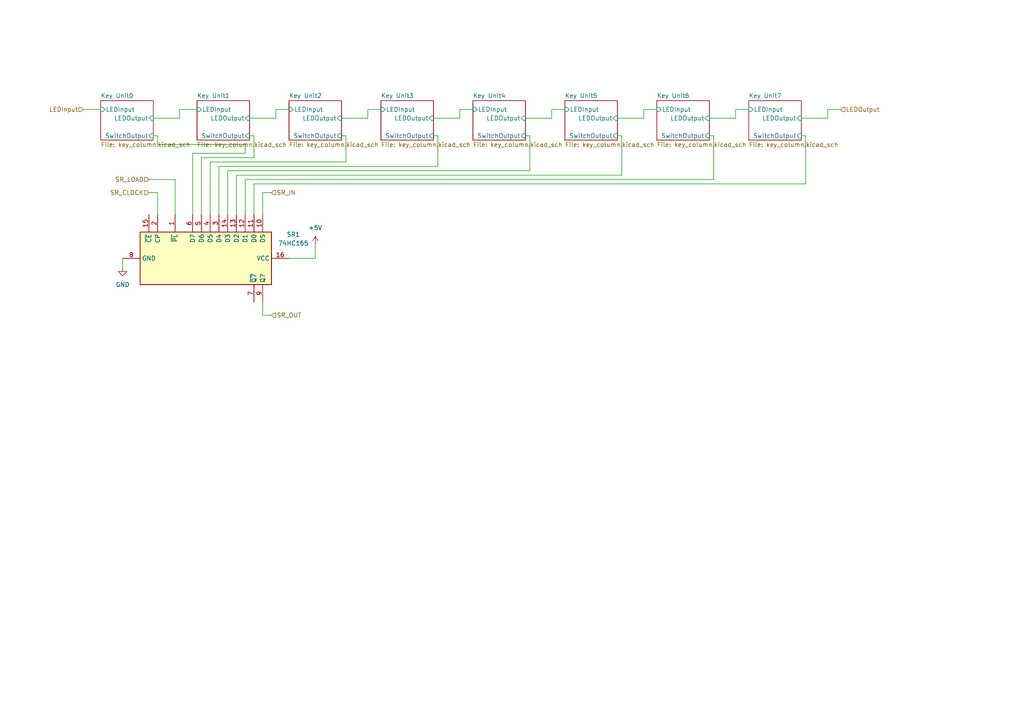
<source format=kicad_sch>
(kicad_sch (version 20230121) (generator eeschema)

  (uuid 7c01a8cc-f2c2-41e9-9ff0-3fa868f4ae80)

  (paper "A4")

  (lib_symbols
    (symbol "74xx:74HC165" (in_bom yes) (on_board yes)
      (property "Reference" "U" (at -7.62 19.05 0)
        (effects (font (size 1.27 1.27)))
      )
      (property "Value" "74HC165" (at -7.62 -21.59 0)
        (effects (font (size 1.27 1.27)))
      )
      (property "Footprint" "" (at 0 0 0)
        (effects (font (size 1.27 1.27)) hide)
      )
      (property "Datasheet" "https://assets.nexperia.com/documents/data-sheet/74HC_HCT165.pdf" (at 0 0 0)
        (effects (font (size 1.27 1.27)) hide)
      )
      (property "ki_keywords" "8 bit shift register parallel load cmos" (at 0 0 0)
        (effects (font (size 1.27 1.27)) hide)
      )
      (property "ki_description" "Shift Register, 8-bit, Parallel Load" (at 0 0 0)
        (effects (font (size 1.27 1.27)) hide)
      )
      (property "ki_fp_filters" "DIP?16* SO*16*3.9x9.9mm*P1.27mm* SSOP*16*5.3x6.2mm*P0.65mm* TSSOP*16*4.4x5mm*P0.65*" (at 0 0 0)
        (effects (font (size 1.27 1.27)) hide)
      )
      (symbol "74HC165_1_0"
        (pin input line (at -12.7 -10.16 0) (length 5.08)
          (name "~{PL}" (effects (font (size 1.27 1.27))))
          (number "1" (effects (font (size 1.27 1.27))))
        )
        (pin input line (at -12.7 15.24 0) (length 5.08)
          (name "DS" (effects (font (size 1.27 1.27))))
          (number "10" (effects (font (size 1.27 1.27))))
        )
        (pin input line (at -12.7 12.7 0) (length 5.08)
          (name "D0" (effects (font (size 1.27 1.27))))
          (number "11" (effects (font (size 1.27 1.27))))
        )
        (pin input line (at -12.7 10.16 0) (length 5.08)
          (name "D1" (effects (font (size 1.27 1.27))))
          (number "12" (effects (font (size 1.27 1.27))))
        )
        (pin input line (at -12.7 7.62 0) (length 5.08)
          (name "D2" (effects (font (size 1.27 1.27))))
          (number "13" (effects (font (size 1.27 1.27))))
        )
        (pin input line (at -12.7 5.08 0) (length 5.08)
          (name "D3" (effects (font (size 1.27 1.27))))
          (number "14" (effects (font (size 1.27 1.27))))
        )
        (pin input line (at -12.7 -17.78 0) (length 5.08)
          (name "~{CE}" (effects (font (size 1.27 1.27))))
          (number "15" (effects (font (size 1.27 1.27))))
        )
        (pin power_in line (at 0 22.86 270) (length 5.08)
          (name "VCC" (effects (font (size 1.27 1.27))))
          (number "16" (effects (font (size 1.27 1.27))))
        )
        (pin input line (at -12.7 -15.24 0) (length 5.08)
          (name "CP" (effects (font (size 1.27 1.27))))
          (number "2" (effects (font (size 1.27 1.27))))
        )
        (pin input line (at -12.7 2.54 0) (length 5.08)
          (name "D4" (effects (font (size 1.27 1.27))))
          (number "3" (effects (font (size 1.27 1.27))))
        )
        (pin input line (at -12.7 0 0) (length 5.08)
          (name "D5" (effects (font (size 1.27 1.27))))
          (number "4" (effects (font (size 1.27 1.27))))
        )
        (pin input line (at -12.7 -2.54 0) (length 5.08)
          (name "D6" (effects (font (size 1.27 1.27))))
          (number "5" (effects (font (size 1.27 1.27))))
        )
        (pin input line (at -12.7 -5.08 0) (length 5.08)
          (name "D7" (effects (font (size 1.27 1.27))))
          (number "6" (effects (font (size 1.27 1.27))))
        )
        (pin output line (at 12.7 12.7 180) (length 5.08)
          (name "~{Q7}" (effects (font (size 1.27 1.27))))
          (number "7" (effects (font (size 1.27 1.27))))
        )
        (pin power_in line (at 0 -25.4 90) (length 5.08)
          (name "GND" (effects (font (size 1.27 1.27))))
          (number "8" (effects (font (size 1.27 1.27))))
        )
        (pin output line (at 12.7 15.24 180) (length 5.08)
          (name "Q7" (effects (font (size 1.27 1.27))))
          (number "9" (effects (font (size 1.27 1.27))))
        )
      )
      (symbol "74HC165_1_1"
        (rectangle (start -7.62 17.78) (end 7.62 -20.32)
          (stroke (width 0.254) (type default))
          (fill (type background))
        )
      )
    )
    (symbol "power:+5V" (power) (pin_names (offset 0)) (in_bom yes) (on_board yes)
      (property "Reference" "#PWR" (at 0 -3.81 0)
        (effects (font (size 1.27 1.27)) hide)
      )
      (property "Value" "+5V" (at 0 3.556 0)
        (effects (font (size 1.27 1.27)))
      )
      (property "Footprint" "" (at 0 0 0)
        (effects (font (size 1.27 1.27)) hide)
      )
      (property "Datasheet" "" (at 0 0 0)
        (effects (font (size 1.27 1.27)) hide)
      )
      (property "ki_keywords" "global power" (at 0 0 0)
        (effects (font (size 1.27 1.27)) hide)
      )
      (property "ki_description" "Power symbol creates a global label with name \"+5V\"" (at 0 0 0)
        (effects (font (size 1.27 1.27)) hide)
      )
      (symbol "+5V_0_1"
        (polyline
          (pts
            (xy -0.762 1.27)
            (xy 0 2.54)
          )
          (stroke (width 0) (type default))
          (fill (type none))
        )
        (polyline
          (pts
            (xy 0 0)
            (xy 0 2.54)
          )
          (stroke (width 0) (type default))
          (fill (type none))
        )
        (polyline
          (pts
            (xy 0 2.54)
            (xy 0.762 1.27)
          )
          (stroke (width 0) (type default))
          (fill (type none))
        )
      )
      (symbol "+5V_1_1"
        (pin power_in line (at 0 0 90) (length 0) hide
          (name "+5V" (effects (font (size 1.27 1.27))))
          (number "1" (effects (font (size 1.27 1.27))))
        )
      )
    )
    (symbol "power:GND" (power) (pin_names (offset 0)) (in_bom yes) (on_board yes)
      (property "Reference" "#PWR" (at 0 -6.35 0)
        (effects (font (size 1.27 1.27)) hide)
      )
      (property "Value" "GND" (at 0 -3.81 0)
        (effects (font (size 1.27 1.27)))
      )
      (property "Footprint" "" (at 0 0 0)
        (effects (font (size 1.27 1.27)) hide)
      )
      (property "Datasheet" "" (at 0 0 0)
        (effects (font (size 1.27 1.27)) hide)
      )
      (property "ki_keywords" "global power" (at 0 0 0)
        (effects (font (size 1.27 1.27)) hide)
      )
      (property "ki_description" "Power symbol creates a global label with name \"GND\" , ground" (at 0 0 0)
        (effects (font (size 1.27 1.27)) hide)
      )
      (symbol "GND_0_1"
        (polyline
          (pts
            (xy 0 0)
            (xy 0 -1.27)
            (xy 1.27 -1.27)
            (xy 0 -2.54)
            (xy -1.27 -1.27)
            (xy 0 -1.27)
          )
          (stroke (width 0) (type default))
          (fill (type none))
        )
      )
      (symbol "GND_1_1"
        (pin power_in line (at 0 0 270) (length 0) hide
          (name "GND" (effects (font (size 1.27 1.27))))
          (number "1" (effects (font (size 1.27 1.27))))
        )
      )
    )
  )


  (wire (pts (xy 63.5 48.26) (xy 127 48.26))
    (stroke (width 0) (type default))
    (uuid 03249f5f-6b3b-4395-977b-a24f196e17b9)
  )
  (wire (pts (xy 127 48.26) (xy 127 39.37))
    (stroke (width 0) (type default))
    (uuid 075056a6-3483-447b-afaf-577db6d88e52)
  )
  (wire (pts (xy 44.45 34.29) (xy 52.07 34.29))
    (stroke (width 0) (type default))
    (uuid 0af48f09-8ed5-4cc0-91b3-6985bddde42d)
  )
  (wire (pts (xy 160.02 31.75) (xy 163.83 31.75))
    (stroke (width 0) (type default))
    (uuid 0ea8cb79-eddc-4665-8446-74e874166603)
  )
  (wire (pts (xy 207.01 52.07) (xy 207.01 39.37))
    (stroke (width 0) (type default))
    (uuid 0f88a6a2-efb3-49ef-a44c-a12c8998ff70)
  )
  (wire (pts (xy 73.66 62.23) (xy 73.66 53.34))
    (stroke (width 0) (type default))
    (uuid 16bd81ba-ae6a-4465-8d55-ea4e34d173d3)
  )
  (wire (pts (xy 43.18 52.07) (xy 50.8 52.07))
    (stroke (width 0) (type default))
    (uuid 1a5012f3-70a5-4754-af9e-4dcfcdc4a279)
  )
  (wire (pts (xy 99.06 39.37) (xy 100.33 39.37))
    (stroke (width 0) (type default))
    (uuid 1be3aafb-f53d-4e4a-80c1-c77060e03a78)
  )
  (wire (pts (xy 125.73 34.29) (xy 133.35 34.29))
    (stroke (width 0) (type default))
    (uuid 1d5b7734-d0ab-4bbf-9a3c-71c61d5e8a5f)
  )
  (wire (pts (xy 66.04 62.23) (xy 66.04 49.53))
    (stroke (width 0) (type default))
    (uuid 1d88b89c-846a-4d70-a3a1-c51ff536049d)
  )
  (wire (pts (xy 180.34 39.37) (xy 179.07 39.37))
    (stroke (width 0) (type default))
    (uuid 233c2ac3-0cc2-46d2-8148-4a30afdfc5be)
  )
  (wire (pts (xy 232.41 34.29) (xy 240.03 34.29))
    (stroke (width 0) (type default))
    (uuid 253cfc66-fbcc-48e9-aaad-0a0887d9f1d4)
  )
  (wire (pts (xy 68.58 50.8) (xy 180.34 50.8))
    (stroke (width 0) (type default))
    (uuid 295b21db-fb9f-4b06-9db3-54e95b3d5db2)
  )
  (wire (pts (xy 24.13 31.75) (xy 29.21 31.75))
    (stroke (width 0) (type default))
    (uuid 2bb037d9-a8a1-44ed-bba2-1acfb90bf6d4)
  )
  (wire (pts (xy 100.33 46.99) (xy 60.96 46.99))
    (stroke (width 0) (type default))
    (uuid 2c4724cd-9fed-4c57-aef5-7584552a1882)
  )
  (wire (pts (xy 71.12 52.07) (xy 207.01 52.07))
    (stroke (width 0) (type default))
    (uuid 2cb6bd5c-dc19-42be-8b6d-84b227a265d9)
  )
  (wire (pts (xy 213.36 31.75) (xy 217.17 31.75))
    (stroke (width 0) (type default))
    (uuid 33db9c51-0ae3-4009-af09-6304f79fb0c0)
  )
  (wire (pts (xy 55.88 44.45) (xy 71.12 44.45))
    (stroke (width 0) (type default))
    (uuid 34e04557-0c62-4a9a-b8fd-3721eb27798b)
  )
  (wire (pts (xy 91.44 74.93) (xy 83.82 74.93))
    (stroke (width 0) (type default))
    (uuid 38514a6c-a5eb-4afe-8e17-765a256b0fbd)
  )
  (wire (pts (xy 106.68 34.29) (xy 106.68 31.75))
    (stroke (width 0) (type default))
    (uuid 387ea3b6-41ec-452d-b860-82f074ffe528)
  )
  (wire (pts (xy 50.8 52.07) (xy 50.8 62.23))
    (stroke (width 0) (type default))
    (uuid 394de850-11e8-48fa-b8c7-d7a0a9ed637b)
  )
  (wire (pts (xy 73.66 53.34) (xy 233.68 53.34))
    (stroke (width 0) (type default))
    (uuid 3b3284cc-4a59-4e6c-a6b8-f43dac6e7395)
  )
  (wire (pts (xy 76.2 55.88) (xy 78.74 55.88))
    (stroke (width 0) (type default))
    (uuid 46110d27-1b40-44dc-b93b-3732e0f8d920)
  )
  (wire (pts (xy 133.35 34.29) (xy 133.35 31.75))
    (stroke (width 0) (type default))
    (uuid 4977d94f-002e-4f2f-bc91-410f5bf1a05c)
  )
  (wire (pts (xy 99.06 34.29) (xy 106.68 34.29))
    (stroke (width 0) (type default))
    (uuid 504a552e-4e14-4180-92ba-db3ea9937bb3)
  )
  (wire (pts (xy 205.74 34.29) (xy 213.36 34.29))
    (stroke (width 0) (type default))
    (uuid 5ca2c59f-349e-4fca-ac24-0f60d1bac358)
  )
  (wire (pts (xy 80.01 31.75) (xy 83.82 31.75))
    (stroke (width 0) (type default))
    (uuid 5cf41c8f-c5c9-45c3-8aa0-8b202110a798)
  )
  (wire (pts (xy 71.12 62.23) (xy 71.12 52.07))
    (stroke (width 0) (type default))
    (uuid 5e92a7f0-646f-46bc-b61f-3b38e7d4c067)
  )
  (wire (pts (xy 60.96 46.99) (xy 60.96 62.23))
    (stroke (width 0) (type default))
    (uuid 61aae203-1d40-46cd-be11-2f0dc96053b1)
  )
  (wire (pts (xy 233.68 53.34) (xy 233.68 39.37))
    (stroke (width 0) (type default))
    (uuid 6a2e770e-49e4-4c6c-8616-2fcd59cf22b8)
  )
  (wire (pts (xy 207.01 39.37) (xy 205.74 39.37))
    (stroke (width 0) (type default))
    (uuid 6a4119f2-4a1a-486d-8c37-b57efc54dfe1)
  )
  (wire (pts (xy 152.4 34.29) (xy 160.02 34.29))
    (stroke (width 0) (type default))
    (uuid 6f122ced-dc4b-41a9-b808-f30080ca487e)
  )
  (wire (pts (xy 72.39 39.37) (xy 73.66 39.37))
    (stroke (width 0) (type default))
    (uuid 7122c036-31b7-4a5b-adbc-91835b33c940)
  )
  (wire (pts (xy 52.07 34.29) (xy 52.07 31.75))
    (stroke (width 0) (type default))
    (uuid 7374a3b9-177b-4aeb-a558-922f2ab87e35)
  )
  (wire (pts (xy 45.72 39.37) (xy 44.45 39.37))
    (stroke (width 0) (type default))
    (uuid 814b5dc0-5cab-4bc8-89cc-82e10fe1e0bd)
  )
  (wire (pts (xy 76.2 87.63) (xy 76.2 91.44))
    (stroke (width 0) (type default))
    (uuid 839a72bd-c253-45cf-8c4c-68b3b1b0c06f)
  )
  (wire (pts (xy 68.58 62.23) (xy 68.58 50.8))
    (stroke (width 0) (type default))
    (uuid 8a608b51-d6cd-4788-b62e-d94e3d936895)
  )
  (wire (pts (xy 73.66 45.72) (xy 58.42 45.72))
    (stroke (width 0) (type default))
    (uuid 8a6be412-1440-49b8-96ae-a53ecfd8e926)
  )
  (wire (pts (xy 55.88 62.23) (xy 55.88 44.45))
    (stroke (width 0) (type default))
    (uuid 8cb4a312-8017-408c-afe9-655c6ffee9cc)
  )
  (wire (pts (xy 106.68 31.75) (xy 110.49 31.75))
    (stroke (width 0) (type default))
    (uuid 920657e6-5a70-4b46-bba5-7125ea47022a)
  )
  (wire (pts (xy 240.03 31.75) (xy 243.84 31.75))
    (stroke (width 0) (type default))
    (uuid 928177f9-6ede-47a4-ae61-85df5985c8a0)
  )
  (wire (pts (xy 127 39.37) (xy 125.73 39.37))
    (stroke (width 0) (type default))
    (uuid 93c37bc5-4ca2-4c5d-acc5-2c7d01ecacf4)
  )
  (wire (pts (xy 80.01 34.29) (xy 80.01 31.75))
    (stroke (width 0) (type default))
    (uuid 97d70ae4-907f-4e65-8914-3a26f2b622b5)
  )
  (wire (pts (xy 63.5 62.23) (xy 63.5 48.26))
    (stroke (width 0) (type default))
    (uuid 9951345f-a241-4501-b7fd-09aaf97ebabf)
  )
  (wire (pts (xy 58.42 45.72) (xy 58.42 62.23))
    (stroke (width 0) (type default))
    (uuid 9c3896e5-ca2d-4858-b730-8b9a8d0bc2e9)
  )
  (wire (pts (xy 45.72 55.88) (xy 45.72 62.23))
    (stroke (width 0) (type default))
    (uuid a1487815-5565-42db-b66a-01e2b53d5794)
  )
  (wire (pts (xy 179.07 34.29) (xy 186.69 34.29))
    (stroke (width 0) (type default))
    (uuid a46ac7d5-b471-4914-bb15-350fda9ea26c)
  )
  (wire (pts (xy 35.56 74.93) (xy 35.56 77.47))
    (stroke (width 0) (type default))
    (uuid a9de25df-5c31-40ac-a816-59d52ee89c2c)
  )
  (wire (pts (xy 100.33 39.37) (xy 100.33 46.99))
    (stroke (width 0) (type default))
    (uuid ac174b00-714f-47e5-9a89-96dbfd3b733e)
  )
  (wire (pts (xy 153.67 49.53) (xy 153.67 39.37))
    (stroke (width 0) (type default))
    (uuid aeebfe4d-b76a-4c3c-bb7d-0c116a80ae89)
  )
  (wire (pts (xy 240.03 34.29) (xy 240.03 31.75))
    (stroke (width 0) (type default))
    (uuid bba23de7-de27-471b-9058-b4dc106a7ab4)
  )
  (wire (pts (xy 180.34 50.8) (xy 180.34 39.37))
    (stroke (width 0) (type default))
    (uuid c1463e7b-c930-4868-a50c-6b9b4ff41752)
  )
  (wire (pts (xy 76.2 62.23) (xy 76.2 55.88))
    (stroke (width 0) (type default))
    (uuid c1e78b47-0617-42e9-8fb9-cb1016e35ea1)
  )
  (wire (pts (xy 45.72 41.91) (xy 45.72 39.37))
    (stroke (width 0) (type default))
    (uuid c3df4da0-4a6c-4988-a219-c3f27460d993)
  )
  (wire (pts (xy 91.44 71.12) (xy 91.44 74.93))
    (stroke (width 0) (type default))
    (uuid c45511d4-c9e0-43dd-b5a6-03de54292db7)
  )
  (wire (pts (xy 71.12 44.45) (xy 71.12 41.91))
    (stroke (width 0) (type default))
    (uuid c7f5cb1c-6185-4ea9-931d-993f23ada9ea)
  )
  (wire (pts (xy 160.02 34.29) (xy 160.02 31.75))
    (stroke (width 0) (type default))
    (uuid d4770957-3531-43be-a26d-36801005a6ee)
  )
  (wire (pts (xy 71.12 41.91) (xy 45.72 41.91))
    (stroke (width 0) (type default))
    (uuid d6916455-f0b4-4e8e-9b77-4dc7f4f4c57c)
  )
  (wire (pts (xy 52.07 31.75) (xy 57.15 31.75))
    (stroke (width 0) (type default))
    (uuid db801ff2-66ec-4fe3-bd5c-2109b5b32f7b)
  )
  (wire (pts (xy 133.35 31.75) (xy 137.16 31.75))
    (stroke (width 0) (type default))
    (uuid dfa088b5-224b-4cfe-a025-3db9ece57131)
  )
  (wire (pts (xy 43.18 55.88) (xy 45.72 55.88))
    (stroke (width 0) (type default))
    (uuid e5b17534-d903-4624-8cca-50f29c269e59)
  )
  (wire (pts (xy 213.36 34.29) (xy 213.36 31.75))
    (stroke (width 0) (type default))
    (uuid e8992ec6-b2f5-4749-bdb1-ec634168fd7d)
  )
  (wire (pts (xy 186.69 34.29) (xy 186.69 31.75))
    (stroke (width 0) (type default))
    (uuid ea22f61b-e4c2-44bd-a6c5-e2c1a36ade00)
  )
  (wire (pts (xy 153.67 39.37) (xy 152.4 39.37))
    (stroke (width 0) (type default))
    (uuid ea99af7e-a704-4642-b501-4680f7b3e742)
  )
  (wire (pts (xy 73.66 39.37) (xy 73.66 45.72))
    (stroke (width 0) (type default))
    (uuid ecaa144e-3e37-4a98-8e10-f47d5757a0d6)
  )
  (wire (pts (xy 72.39 34.29) (xy 80.01 34.29))
    (stroke (width 0) (type default))
    (uuid ece5c809-444c-4c22-bf42-23447f439871)
  )
  (wire (pts (xy 76.2 91.44) (xy 78.74 91.44))
    (stroke (width 0) (type default))
    (uuid f5a0213a-c298-4b7f-9a2d-e23bbc1fd2b4)
  )
  (wire (pts (xy 233.68 39.37) (xy 232.41 39.37))
    (stroke (width 0) (type default))
    (uuid f68a294c-3eae-4b5b-9eb9-c0cf9e0ce5bd)
  )
  (wire (pts (xy 66.04 49.53) (xy 153.67 49.53))
    (stroke (width 0) (type default))
    (uuid fc536e29-f2ef-4bba-904f-a1ce9d586178)
  )
  (wire (pts (xy 186.69 31.75) (xy 190.5 31.75))
    (stroke (width 0) (type default))
    (uuid ff5015fc-7c58-4c5c-9409-47244389acda)
  )

  (hierarchical_label "SR_CLOCK" (shape input) (at 43.18 55.88 180) (fields_autoplaced)
    (effects (font (size 1.27 1.27)) (justify right))
    (uuid 53871377-e22e-4a28-8af9-9cff06d973fa)
  )
  (hierarchical_label "SR_OUT" (shape input) (at 78.74 91.44 0) (fields_autoplaced)
    (effects (font (size 1.27 1.27)) (justify left))
    (uuid b4c8a424-a164-4750-9c0b-f73a085d38c9)
  )
  (hierarchical_label "LEDOutput" (shape input) (at 243.84 31.75 0) (fields_autoplaced)
    (effects (font (size 1.27 1.27)) (justify left))
    (uuid b975ebb0-9006-4df9-8d30-b5e4437fb437)
  )
  (hierarchical_label "SR_LOAD" (shape input) (at 43.18 52.07 180) (fields_autoplaced)
    (effects (font (size 1.27 1.27)) (justify right))
    (uuid dc371f96-7837-4774-81ee-94046c67397a)
  )
  (hierarchical_label "LEDInput" (shape input) (at 24.13 31.75 180) (fields_autoplaced)
    (effects (font (size 1.27 1.27)) (justify right))
    (uuid f20db314-b377-477a-b840-bc574bce2634)
  )
  (hierarchical_label "SR_IN" (shape input) (at 78.74 55.88 0) (fields_autoplaced)
    (effects (font (size 1.27 1.27)) (justify left))
    (uuid f42e4309-3e20-490a-9b9c-31a3b2281357)
  )

  (symbol (lib_id "power:GND") (at 35.56 77.47 0) (unit 1)
    (in_bom yes) (on_board yes) (dnp no) (fields_autoplaced)
    (uuid 9aca3131-3b2b-411d-af8f-e6ca70e225bf)
    (property "Reference" "#PWR037" (at 35.56 83.82 0)
      (effects (font (size 1.27 1.27)) hide)
    )
    (property "Value" "GND" (at 35.56 82.55 0)
      (effects (font (size 1.27 1.27)))
    )
    (property "Footprint" "" (at 35.56 77.47 0)
      (effects (font (size 1.27 1.27)) hide)
    )
    (property "Datasheet" "" (at 35.56 77.47 0)
      (effects (font (size 1.27 1.27)) hide)
    )
    (pin "1" (uuid afe9755d-5def-44cd-bec8-d750a2534110))
    (instances
      (project "PCB"
        (path "/d2f5552d-48c0-49b0-8e54-6764f47ed1da"
          (reference "#PWR037") (unit 1)
        )
        (path "/d2f5552d-48c0-49b0-8e54-6764f47ed1da/690e6a4c-1bd6-4bb0-9ab3-0bb5342f047a"
          (reference "#PWR033") (unit 1)
        )
      )
    )
  )

  (symbol (lib_id "power:+5V") (at 91.44 71.12 0) (unit 1)
    (in_bom yes) (on_board yes) (dnp no) (fields_autoplaced)
    (uuid b85dad10-3604-4707-80b2-1fab784faf98)
    (property "Reference" "#PWR038" (at 91.44 74.93 0)
      (effects (font (size 1.27 1.27)) hide)
    )
    (property "Value" "+5V" (at 91.44 66.04 0)
      (effects (font (size 1.27 1.27)))
    )
    (property "Footprint" "" (at 91.44 71.12 0)
      (effects (font (size 1.27 1.27)) hide)
    )
    (property "Datasheet" "" (at 91.44 71.12 0)
      (effects (font (size 1.27 1.27)) hide)
    )
    (pin "1" (uuid 6ff8d165-3d6e-4f08-9f73-a8f6e13d341b))
    (instances
      (project "PCB"
        (path "/d2f5552d-48c0-49b0-8e54-6764f47ed1da"
          (reference "#PWR038") (unit 1)
        )
        (path "/d2f5552d-48c0-49b0-8e54-6764f47ed1da/690e6a4c-1bd6-4bb0-9ab3-0bb5342f047a"
          (reference "#PWR034") (unit 1)
        )
      )
    )
  )

  (symbol (lib_id "74xx:74HC165") (at 60.96 74.93 270) (unit 1)
    (in_bom yes) (on_board yes) (dnp no) (fields_autoplaced)
    (uuid d555f675-a7f7-43f6-99ec-b6dc10327aca)
    (property "Reference" "SR1" (at 85.09 68.0019 90)
      (effects (font (size 1.27 1.27)))
    )
    (property "Value" "74HC165" (at 85.09 70.5419 90)
      (effects (font (size 1.27 1.27)))
    )
    (property "Footprint" "Package_SO:SOIC-16_3.9x9.9mm_P1.27mm" (at 60.96 74.93 0)
      (effects (font (size 1.27 1.27)) hide)
    )
    (property "Datasheet" "https://assets.nexperia.com/documents/data-sheet/74HC_HCT165.pdf" (at 60.96 74.93 0)
      (effects (font (size 1.27 1.27)) hide)
    )
    (pin "1" (uuid 774b9fb9-cd91-442e-af22-465d1243d27e))
    (pin "10" (uuid e62f60bc-eff2-4ca9-810c-a605cefcaa9f))
    (pin "11" (uuid b7dc2df1-9118-49a7-88c5-e228092be296))
    (pin "12" (uuid 9668651f-d0b8-4cab-a92d-4739af19d893))
    (pin "13" (uuid 946c2232-5be7-4a95-bafc-6ff6dda682fc))
    (pin "14" (uuid 5098591d-33ed-4441-98f5-3ff9cc531992))
    (pin "15" (uuid 54362320-f66c-49c4-99a2-61c3c77d084c))
    (pin "16" (uuid 6a6ccc79-8598-492b-8e5a-31b1237477da))
    (pin "2" (uuid a4c60b79-897b-4e1e-a9f3-2358f5407a5e))
    (pin "3" (uuid a2f6f08b-3d3a-4408-8588-a020231a4664))
    (pin "4" (uuid 9727c11a-748b-48c2-89cc-7a35589fc28e))
    (pin "5" (uuid 26ffc087-9089-4e11-9b87-8d6147b1c008))
    (pin "6" (uuid 5f51213e-7d74-440a-982e-3ef8cdcb36a6))
    (pin "7" (uuid acca6030-3d19-43fe-bedb-db5e3abb8403))
    (pin "8" (uuid dcbb4ee8-1357-460b-b94d-9dbfa36816a9))
    (pin "9" (uuid 17bb2e94-56bc-4f55-a137-330475584b6a))
    (instances
      (project "PCB"
        (path "/d2f5552d-48c0-49b0-8e54-6764f47ed1da"
          (reference "SR1") (unit 1)
        )
        (path "/d2f5552d-48c0-49b0-8e54-6764f47ed1da/690e6a4c-1bd6-4bb0-9ab3-0bb5342f047a"
          (reference "SR1") (unit 1)
        )
      )
    )
  )

  (sheet (at 29.21 29.21) (size 15.24 11.43) (fields_autoplaced)
    (stroke (width 0.1524) (type solid))
    (fill (color 0 0 0 0.0000))
    (uuid 08d691a9-f3b7-446c-91b1-41f4ab654027)
    (property "Sheetname" "Key Unit0" (at 29.21 28.4984 0)
      (effects (font (size 1.27 1.27)) (justify left bottom))
    )
    (property "Sheetfile" "key_column.kicad_sch" (at 29.21 41.2246 0)
      (effects (font (size 1.27 1.27)) (justify left top))
    )
    (pin "LEDOutput" input (at 44.45 34.29 0)
      (effects (font (size 1.27 1.27)) (justify right))
      (uuid 3fd43554-e37f-4e30-8bd6-473dee932fc8)
    )
    (pin "SwitchOutput" input (at 44.45 39.37 0)
      (effects (font (size 1.27 1.27)) (justify right))
      (uuid 71683e74-a6e3-4cbe-a34d-451420cc28d8)
    )
    (pin "LEDInput" input (at 29.21 31.75 180)
      (effects (font (size 1.27 1.27)) (justify left))
      (uuid 296833cc-e7d3-4f07-a412-465c794e3a39)
    )
    (instances
      (project "PCB"
        (path "/d2f5552d-48c0-49b0-8e54-6764f47ed1da" (page "2"))
        (path "/d2f5552d-48c0-49b0-8e54-6764f47ed1da/690e6a4c-1bd6-4bb0-9ab3-0bb5342f047a" (page "3"))
      )
    )
  )

  (sheet (at 190.5 29.21) (size 15.24 11.43) (fields_autoplaced)
    (stroke (width 0.1524) (type solid))
    (fill (color 0 0 0 0.0000))
    (uuid 4a8c6c9f-4ad7-43dd-9909-3fcfbaa51edb)
    (property "Sheetname" "Key Unit6" (at 190.5 28.4984 0)
      (effects (font (size 1.27 1.27)) (justify left bottom))
    )
    (property "Sheetfile" "key_column.kicad_sch" (at 190.5 41.2246 0)
      (effects (font (size 1.27 1.27)) (justify left top))
    )
    (pin "LEDOutput" input (at 205.74 34.29 0)
      (effects (font (size 1.27 1.27)) (justify right))
      (uuid 97f94143-6104-4b13-9801-5b7282de9a33)
    )
    (pin "SwitchOutput" input (at 205.74 39.37 0)
      (effects (font (size 1.27 1.27)) (justify right))
      (uuid b3e7eab4-1df2-4ebb-931b-e4513e923781)
    )
    (pin "LEDInput" input (at 190.5 31.75 180)
      (effects (font (size 1.27 1.27)) (justify left))
      (uuid 98bfce51-7235-47fd-ae83-4ac675d2cea6)
    )
    (instances
      (project "PCB"
        (path "/d2f5552d-48c0-49b0-8e54-6764f47ed1da" (page "8"))
        (path "/d2f5552d-48c0-49b0-8e54-6764f47ed1da/690e6a4c-1bd6-4bb0-9ab3-0bb5342f047a" (page "10"))
      )
    )
  )

  (sheet (at 163.83 29.21) (size 15.24 11.43) (fields_autoplaced)
    (stroke (width 0.1524) (type solid))
    (fill (color 0 0 0 0.0000))
    (uuid 4d19c2fd-1c8e-4b3c-9815-e3e052741592)
    (property "Sheetname" "Key Unit5" (at 163.83 28.4984 0)
      (effects (font (size 1.27 1.27)) (justify left bottom))
    )
    (property "Sheetfile" "key_column.kicad_sch" (at 163.83 41.2246 0)
      (effects (font (size 1.27 1.27)) (justify left top))
    )
    (pin "LEDOutput" input (at 179.07 34.29 0)
      (effects (font (size 1.27 1.27)) (justify right))
      (uuid 218514c1-2465-4024-b1e2-ff40cb2c0786)
    )
    (pin "SwitchOutput" input (at 179.07 39.37 0)
      (effects (font (size 1.27 1.27)) (justify right))
      (uuid 437059da-8759-41a4-a98b-6e24ad008f97)
    )
    (pin "LEDInput" input (at 163.83 31.75 180)
      (effects (font (size 1.27 1.27)) (justify left))
      (uuid 30191fc6-b785-447c-97ec-bc16e11e6cd1)
    )
    (instances
      (project "PCB"
        (path "/d2f5552d-48c0-49b0-8e54-6764f47ed1da" (page "7"))
        (path "/d2f5552d-48c0-49b0-8e54-6764f47ed1da/690e6a4c-1bd6-4bb0-9ab3-0bb5342f047a" (page "6"))
      )
    )
  )

  (sheet (at 83.82 29.21) (size 15.24 11.43) (fields_autoplaced)
    (stroke (width 0.1524) (type solid))
    (fill (color 0 0 0 0.0000))
    (uuid 6f40aa2b-02cf-49e3-b3fe-e11b55f3ac3a)
    (property "Sheetname" "Key Unit2" (at 83.82 28.4984 0)
      (effects (font (size 1.27 1.27)) (justify left bottom))
    )
    (property "Sheetfile" "key_column.kicad_sch" (at 83.82 41.2246 0)
      (effects (font (size 1.27 1.27)) (justify left top))
    )
    (pin "LEDOutput" input (at 99.06 34.29 0)
      (effects (font (size 1.27 1.27)) (justify right))
      (uuid 0a16c3c9-d298-4d6c-97f0-c1c7584e92a4)
    )
    (pin "SwitchOutput" input (at 99.06 39.37 0)
      (effects (font (size 1.27 1.27)) (justify right))
      (uuid a4366698-506e-4409-80a3-fd30847b091d)
    )
    (pin "LEDInput" input (at 83.82 31.75 180)
      (effects (font (size 1.27 1.27)) (justify left))
      (uuid 16cef45d-6fb0-457c-9ffa-96f158b92361)
    )
    (instances
      (project "PCB"
        (path "/d2f5552d-48c0-49b0-8e54-6764f47ed1da" (page "4"))
        (path "/d2f5552d-48c0-49b0-8e54-6764f47ed1da/690e6a4c-1bd6-4bb0-9ab3-0bb5342f047a" (page "4"))
      )
    )
  )

  (sheet (at 57.15 29.21) (size 15.24 11.43) (fields_autoplaced)
    (stroke (width 0.1524) (type solid))
    (fill (color 0 0 0 0.0000))
    (uuid 96573ba5-d4eb-4a35-8845-8e11b6b09fe9)
    (property "Sheetname" "Key Unit1" (at 57.15 28.4984 0)
      (effects (font (size 1.27 1.27)) (justify left bottom))
    )
    (property "Sheetfile" "key_column.kicad_sch" (at 57.15 41.2246 0)
      (effects (font (size 1.27 1.27)) (justify left top))
    )
    (pin "LEDOutput" input (at 72.39 34.29 0)
      (effects (font (size 1.27 1.27)) (justify right))
      (uuid 2eb8415f-fec8-41b6-b1a1-0ea48f5b56d1)
    )
    (pin "SwitchOutput" input (at 72.39 39.37 0)
      (effects (font (size 1.27 1.27)) (justify right))
      (uuid 397fbc9f-3318-4a3d-8711-13e8c6032db4)
    )
    (pin "LEDInput" input (at 57.15 31.75 180)
      (effects (font (size 1.27 1.27)) (justify left))
      (uuid 841fc79a-538b-4a3b-9127-2dc6d29a28cc)
    )
    (instances
      (project "PCB"
        (path "/d2f5552d-48c0-49b0-8e54-6764f47ed1da" (page "3"))
        (path "/d2f5552d-48c0-49b0-8e54-6764f47ed1da/690e6a4c-1bd6-4bb0-9ab3-0bb5342f047a" (page "9"))
      )
    )
  )

  (sheet (at 137.16 29.21) (size 15.24 11.43) (fields_autoplaced)
    (stroke (width 0.1524) (type solid))
    (fill (color 0 0 0 0.0000))
    (uuid a90e4193-208c-45e8-a88b-2815d2238c43)
    (property "Sheetname" "Key Unit4" (at 137.16 28.4984 0)
      (effects (font (size 1.27 1.27)) (justify left bottom))
    )
    (property "Sheetfile" "key_column.kicad_sch" (at 137.16 41.2246 0)
      (effects (font (size 1.27 1.27)) (justify left top))
    )
    (pin "LEDOutput" input (at 152.4 34.29 0)
      (effects (font (size 1.27 1.27)) (justify right))
      (uuid 7bbf79e8-c1d5-4e38-bae7-143e4444d53a)
    )
    (pin "SwitchOutput" input (at 152.4 39.37 0)
      (effects (font (size 1.27 1.27)) (justify right))
      (uuid b70c0e1a-5ae7-4072-a2f4-49d7c44d70a3)
    )
    (pin "LEDInput" input (at 137.16 31.75 180)
      (effects (font (size 1.27 1.27)) (justify left))
      (uuid 0301ee8c-1878-4b38-8ad0-102011a4eb30)
    )
    (instances
      (project "PCB"
        (path "/d2f5552d-48c0-49b0-8e54-6764f47ed1da" (page "6"))
        (path "/d2f5552d-48c0-49b0-8e54-6764f47ed1da/690e6a4c-1bd6-4bb0-9ab3-0bb5342f047a" (page "5"))
      )
    )
  )

  (sheet (at 217.17 29.21) (size 15.24 11.43) (fields_autoplaced)
    (stroke (width 0.1524) (type solid))
    (fill (color 0 0 0 0.0000))
    (uuid b2a2d388-64c4-49e0-9139-73ba4c8ed019)
    (property "Sheetname" "Key Unit7" (at 217.17 28.4984 0)
      (effects (font (size 1.27 1.27)) (justify left bottom))
    )
    (property "Sheetfile" "key_column.kicad_sch" (at 217.17 41.2246 0)
      (effects (font (size 1.27 1.27)) (justify left top))
    )
    (pin "LEDOutput" input (at 232.41 34.29 0)
      (effects (font (size 1.27 1.27)) (justify right))
      (uuid 2bc03ccf-94ab-4667-b051-264fed5e4ce1)
    )
    (pin "SwitchOutput" input (at 232.41 39.37 0)
      (effects (font (size 1.27 1.27)) (justify right))
      (uuid 3b888a6c-cb25-468f-9309-a7f0138a72b7)
    )
    (pin "LEDInput" input (at 217.17 31.75 180)
      (effects (font (size 1.27 1.27)) (justify left))
      (uuid 12e33bbd-88c4-474a-9a4c-5c2f0b3f62d8)
    )
    (instances
      (project "PCB"
        (path "/d2f5552d-48c0-49b0-8e54-6764f47ed1da" (page "9"))
        (path "/d2f5552d-48c0-49b0-8e54-6764f47ed1da/690e6a4c-1bd6-4bb0-9ab3-0bb5342f047a" (page "7"))
      )
    )
  )

  (sheet (at 110.49 29.21) (size 15.24 11.43) (fields_autoplaced)
    (stroke (width 0.1524) (type solid))
    (fill (color 0 0 0 0.0000))
    (uuid b593d148-4785-497f-8b4e-22f8e588cc99)
    (property "Sheetname" "Key Unit3" (at 110.49 28.4984 0)
      (effects (font (size 1.27 1.27)) (justify left bottom))
    )
    (property "Sheetfile" "key_column.kicad_sch" (at 110.49 41.2246 0)
      (effects (font (size 1.27 1.27)) (justify left top))
    )
    (pin "LEDOutput" input (at 125.73 34.29 0)
      (effects (font (size 1.27 1.27)) (justify right))
      (uuid a6fac5dd-6f9c-48d4-bcbf-ac3986a42761)
    )
    (pin "SwitchOutput" input (at 125.73 39.37 0)
      (effects (font (size 1.27 1.27)) (justify right))
      (uuid f6b42953-608d-4d7d-b003-286e85d211e7)
    )
    (pin "LEDInput" input (at 110.49 31.75 180)
      (effects (font (size 1.27 1.27)) (justify left))
      (uuid 16dacd6b-4d50-4a60-bd75-a8ad48a5e562)
    )
    (instances
      (project "PCB"
        (path "/d2f5552d-48c0-49b0-8e54-6764f47ed1da" (page "5"))
        (path "/d2f5552d-48c0-49b0-8e54-6764f47ed1da/690e6a4c-1bd6-4bb0-9ab3-0bb5342f047a" (page "2"))
      )
    )
  )
)

</source>
